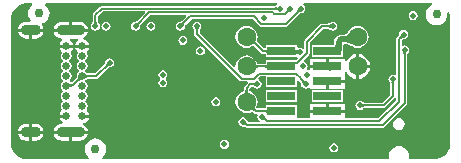
<source format=gbl>
G04*
G04 #@! TF.GenerationSoftware,Altium Limited,Altium Designer,20.2.6 (244)*
G04*
G04 Layer_Physical_Order=4*
G04 Layer_Color=16711680*
%FSLAX25Y25*%
%MOIN*%
G70*
G04*
G04 #@! TF.SameCoordinates,1F00D8FF-E811-4F8C-9FFC-250B1BB78CBF*
G04*
G04*
G04 #@! TF.FilePolarity,Positive*
G04*
G01*
G75*
%ADD10C,0.00984*%
%ADD12C,0.00787*%
%ADD22R,0.09449X0.02992*%
%ADD45C,0.03000*%
%ADD47C,0.01968*%
%ADD50O,0.09449X0.03543*%
%ADD51C,0.02559*%
%ADD52O,0.06693X0.03543*%
%ADD53C,0.01968*%
%ADD54C,0.06299*%
G36*
X89455Y50098D02*
X89395Y50155D01*
X89330Y50205D01*
X89262Y50249D01*
X89189Y50287D01*
X89113Y50320D01*
X89031Y50346D01*
X88946Y50367D01*
X88857Y50382D01*
X88763Y50391D01*
X88665Y50394D01*
Y51181D01*
X88763Y51184D01*
X88857Y51193D01*
X88946Y51208D01*
X89031Y51228D01*
X89113Y51255D01*
X89189Y51287D01*
X89262Y51326D01*
X89330Y51370D01*
X89395Y51420D01*
X89455Y51476D01*
Y50098D01*
D02*
G37*
G36*
X97234Y49803D02*
X97152Y49801D01*
X97071Y49790D01*
X96992Y49773D01*
X96913Y49749D01*
X96836Y49718D01*
X96760Y49679D01*
X96685Y49634D01*
X96611Y49581D01*
X96538Y49521D01*
X96467Y49454D01*
X95910Y50010D01*
X95977Y50082D01*
X96038Y50154D01*
X96090Y50228D01*
X96136Y50303D01*
X96175Y50379D01*
X96206Y50456D01*
X96230Y50535D01*
X96247Y50615D01*
X96257Y50696D01*
X96260Y50778D01*
X97234Y49803D01*
D02*
G37*
G36*
X93691D02*
X93609Y49801D01*
X93528Y49790D01*
X93448Y49773D01*
X93370Y49749D01*
X93292Y49718D01*
X93216Y49679D01*
X93141Y49634D01*
X93068Y49581D01*
X92995Y49521D01*
X92924Y49454D01*
X92367Y50010D01*
X92434Y50082D01*
X92494Y50154D01*
X92547Y50228D01*
X92593Y50303D01*
X92631Y50379D01*
X92663Y50456D01*
X92687Y50535D01*
X92704Y50615D01*
X92714Y50696D01*
X92717Y50778D01*
X93691Y49803D01*
D02*
G37*
G36*
X29137Y46277D02*
X29146Y46183D01*
X29160Y46093D01*
X29181Y46008D01*
X29208Y45927D01*
X29240Y45850D01*
X29278Y45777D01*
X29323Y45709D01*
X29373Y45645D01*
X29429Y45585D01*
X28051D01*
X28107Y45645D01*
X28157Y45709D01*
X28202Y45777D01*
X28240Y45850D01*
X28273Y45927D01*
X28299Y46008D01*
X28320Y46093D01*
X28335Y46183D01*
X28343Y46277D01*
X28346Y46374D01*
X29134D01*
X29137Y46277D01*
D02*
G37*
G36*
X58420Y45659D02*
X58353Y45588D01*
X58293Y45515D01*
X58240Y45441D01*
X58195Y45366D01*
X58156Y45290D01*
X58125Y45213D01*
X58100Y45134D01*
X58083Y45055D01*
X58074Y44974D01*
X58071Y44892D01*
X57096Y45866D01*
X57179Y45869D01*
X57260Y45879D01*
X57339Y45896D01*
X57418Y45920D01*
X57495Y45951D01*
X57571Y45990D01*
X57646Y46036D01*
X57720Y46088D01*
X57792Y46149D01*
X57864Y46216D01*
X58420Y45659D01*
D02*
G37*
G36*
X43460D02*
X43393Y45588D01*
X43333Y45515D01*
X43280Y45441D01*
X43234Y45366D01*
X43196Y45290D01*
X43164Y45213D01*
X43140Y45134D01*
X43123Y45055D01*
X43113Y44974D01*
X43110Y44892D01*
X42136Y45866D01*
X42218Y45869D01*
X42299Y45879D01*
X42379Y45896D01*
X42457Y45920D01*
X42534Y45951D01*
X42610Y45990D01*
X42685Y46036D01*
X42759Y46088D01*
X42832Y46149D01*
X42903Y46216D01*
X43460Y45659D01*
D02*
G37*
G36*
X141036Y52032D02*
X140736Y51907D01*
X139998Y51341D01*
X139431Y50602D01*
X139075Y49742D01*
X138953Y48819D01*
X139075Y47896D01*
X139431Y47036D01*
X139998Y46297D01*
X140736Y45730D01*
X141597Y45374D01*
X142520Y45252D01*
X143443Y45374D01*
X144303Y45730D01*
X145042Y46297D01*
X145608Y47036D01*
X145965Y47896D01*
X146086Y48819D01*
X146005Y49437D01*
X146492Y49568D01*
X146813Y48796D01*
X147018Y47778D01*
X147019Y47260D01*
X147020Y5906D01*
X147018Y5372D01*
X146813Y4352D01*
X146413Y3392D01*
X145834Y2529D01*
X145098Y1795D01*
X144233Y1218D01*
X143272Y821D01*
X142252Y618D01*
X141770D01*
X141747Y620D01*
X141734Y618D01*
X141732D01*
X141730Y618D01*
X141709Y616D01*
X141672Y623D01*
X133301Y624D01*
Y1575D01*
X133292Y1624D01*
X133297Y1675D01*
X133251Y2135D01*
X133208Y2279D01*
X133178Y2426D01*
X132826Y3277D01*
X132605Y3607D01*
X132605Y3607D01*
X131954Y4259D01*
X131623Y4480D01*
X130772Y4832D01*
X130625Y4861D01*
X130482Y4905D01*
X130021Y4950D01*
X129921Y4940D01*
X129821Y4950D01*
X129361Y4905D01*
X129217Y4861D01*
X129070Y4832D01*
X128220Y4480D01*
X127889Y4259D01*
X127237Y3607D01*
X127016Y3277D01*
X126664Y2426D01*
X126635Y2279D01*
X126591Y2135D01*
X126546Y1675D01*
X126551Y1624D01*
X126541Y1575D01*
Y618D01*
X31044D01*
X30875Y1118D01*
X31262Y1415D01*
X31829Y2154D01*
X32185Y3014D01*
X32307Y3937D01*
X32185Y4860D01*
X31829Y5720D01*
X31262Y6459D01*
X30523Y7026D01*
X29663Y7382D01*
X28740Y7503D01*
X27817Y7382D01*
X26957Y7026D01*
X26218Y6459D01*
X25652Y5720D01*
X25295Y4860D01*
X25174Y3937D01*
X25295Y3014D01*
X25652Y2154D01*
X26218Y1415D01*
X26606Y1118D01*
X26436Y618D01*
X5284D01*
X5190Y654D01*
X4734Y731D01*
X3913Y990D01*
X3155Y1370D01*
X2467Y1867D01*
X1867Y2467D01*
X1370Y3155D01*
X990Y3913D01*
X735Y4722D01*
X674Y5142D01*
X618Y5299D01*
Y47403D01*
X620Y47426D01*
X618Y47440D01*
Y47441D01*
X618Y47442D01*
X622Y47456D01*
X644Y47958D01*
X867Y48919D01*
X1263Y49821D01*
X1819Y50634D01*
X2515Y51331D01*
X3329Y51887D01*
X4231Y52283D01*
X5191Y52506D01*
X5683Y52526D01*
X5703Y52532D01*
X5730D01*
X5740Y52531D01*
X5750Y52532D01*
X7588D01*
X7758Y52032D01*
X7370Y51734D01*
X6804Y50996D01*
X6447Y50136D01*
X6326Y49213D01*
X6447Y48290D01*
X6804Y47429D01*
X7211Y46898D01*
X6965Y46398D01*
X5591D01*
X4867Y46303D01*
X4193Y46023D01*
X3614Y45579D01*
X3170Y45000D01*
X2890Y44326D01*
X2861Y44102D01*
X11470D01*
X11440Y44326D01*
X11161Y45000D01*
X10930Y45301D01*
X10928Y45310D01*
X11106Y45888D01*
X11675Y46124D01*
X12414Y46691D01*
X12981Y47429D01*
X13337Y48290D01*
X13458Y49213D01*
X13337Y50136D01*
X12981Y50996D01*
X12414Y51734D01*
X12027Y52032D01*
X12196Y52532D01*
X89196D01*
X89348Y52032D01*
X89139Y51892D01*
X89085Y51872D01*
X89043Y51832D01*
X89016Y51811D01*
X88988Y51793D01*
X88957Y51777D01*
X88922Y51762D01*
X88883Y51749D01*
X88838Y51738D01*
X88787Y51730D01*
X88729Y51724D01*
X88649Y51722D01*
X88596Y51699D01*
X30995D01*
X30647Y51629D01*
X30351Y51432D01*
X28096Y49176D01*
X27898Y48881D01*
X27829Y48532D01*
Y46443D01*
X27806Y46391D01*
X27803Y46310D01*
X27798Y46252D01*
X27789Y46201D01*
X27778Y46156D01*
X27765Y46117D01*
X27751Y46082D01*
X27734Y46051D01*
X27716Y46023D01*
X27696Y45997D01*
X27656Y45954D01*
X27636Y45900D01*
X27342Y45461D01*
X27227Y44882D01*
X27342Y44303D01*
X27670Y43812D01*
X28161Y43484D01*
X28740Y43369D01*
X29319Y43484D01*
X29810Y43812D01*
X30138Y44303D01*
X30253Y44882D01*
X30138Y45461D01*
X29845Y45900D01*
X29824Y45954D01*
X29785Y45997D01*
X29764Y46023D01*
X29746Y46051D01*
X29730Y46082D01*
X29715Y46117D01*
X29702Y46156D01*
X29691Y46201D01*
X29683Y46252D01*
X29677Y46310D01*
X29675Y46391D01*
X29651Y46443D01*
Y48155D01*
X31373Y49876D01*
X45178D01*
X45370Y49414D01*
X42586Y46630D01*
X42532Y46610D01*
X42473Y46554D01*
X42429Y46518D01*
X42386Y46487D01*
X42347Y46463D01*
X42310Y46444D01*
X42275Y46430D01*
X42242Y46420D01*
X42209Y46413D01*
X42176Y46409D01*
X42118Y46407D01*
X42065Y46383D01*
X41547Y46280D01*
X41056Y45952D01*
X40728Y45461D01*
X40613Y44882D01*
X40728Y44303D01*
X41056Y43812D01*
X41547Y43484D01*
X42126Y43369D01*
X42705Y43484D01*
X43196Y43812D01*
X43524Y44303D01*
X43627Y44821D01*
X43651Y44874D01*
X43653Y44932D01*
X43657Y44965D01*
X43664Y44998D01*
X43674Y45031D01*
X43688Y45066D01*
X43707Y45103D01*
X43731Y45142D01*
X43762Y45184D01*
X43799Y45229D01*
X43854Y45288D01*
X43874Y45341D01*
X47122Y48589D01*
X58852D01*
X59043Y48127D01*
X57546Y46630D01*
X57493Y46610D01*
X57434Y46554D01*
X57389Y46518D01*
X57347Y46487D01*
X57307Y46463D01*
X57271Y46444D01*
X57236Y46430D01*
X57202Y46420D01*
X57170Y46413D01*
X57137Y46409D01*
X57078Y46407D01*
X57026Y46383D01*
X56507Y46280D01*
X56016Y45952D01*
X55689Y45461D01*
X55573Y44882D01*
X55689Y44303D01*
X56016Y43812D01*
X56507Y43484D01*
X57087Y43369D01*
X57666Y43484D01*
X58157Y43812D01*
X58485Y44303D01*
X58588Y44821D01*
X58612Y44874D01*
X58614Y44932D01*
X58618Y44965D01*
X58625Y44998D01*
X58635Y45031D01*
X58649Y45066D01*
X58668Y45103D01*
X58692Y45142D01*
X58722Y45184D01*
X58759Y45229D01*
X58815Y45288D01*
X58835Y45341D01*
X60795Y47301D01*
X81184D01*
X83460Y45025D01*
X83756Y44827D01*
X84104Y44758D01*
X92126D01*
X92475Y44827D01*
X92770Y45025D01*
X96785Y49039D01*
X96838Y49060D01*
X96897Y49115D01*
X96941Y49152D01*
X96984Y49182D01*
X97023Y49206D01*
X97060Y49225D01*
X97095Y49239D01*
X97128Y49249D01*
X97161Y49256D01*
X97194Y49260D01*
X97252Y49262D01*
X97305Y49286D01*
X97823Y49389D01*
X98314Y49717D01*
X98642Y50208D01*
X98757Y50787D01*
X98642Y51367D01*
X98314Y51858D01*
X98054Y52032D01*
X98205Y52532D01*
X140937D01*
X141036Y52032D01*
D02*
G37*
%LPC*%
G36*
X134646Y49938D02*
X134066Y49823D01*
X133576Y49495D01*
X133247Y49004D01*
X133132Y48425D01*
X133247Y47846D01*
X133576Y47355D01*
X134066Y47027D01*
X134646Y46912D01*
X135225Y47027D01*
X135716Y47355D01*
X136044Y47846D01*
X136159Y48425D01*
X136044Y49004D01*
X135716Y49495D01*
X135225Y49823D01*
X134646Y49938D01*
D02*
G37*
G36*
X23425Y46398D02*
X20972D01*
Y44102D01*
X26155D01*
X26125Y44326D01*
X25846Y45000D01*
X25402Y45579D01*
X24823Y46023D01*
X24149Y46303D01*
X23425Y46398D01*
D02*
G37*
G36*
X19972D02*
X17520D01*
X16796Y46303D01*
X16122Y46023D01*
X15543Y45579D01*
X15099Y45000D01*
X14819Y44326D01*
X14790Y44102D01*
X19972D01*
Y46398D01*
D02*
G37*
G36*
X47244Y46395D02*
X46665Y46280D01*
X46174Y45952D01*
X45846Y45461D01*
X45731Y44882D01*
X45846Y44303D01*
X46174Y43812D01*
X46665Y43484D01*
X47244Y43369D01*
X47823Y43484D01*
X48314Y43812D01*
X48642Y44303D01*
X48757Y44882D01*
X48642Y45461D01*
X48314Y45952D01*
X47823Y46280D01*
X47244Y46395D01*
D02*
G37*
G36*
X32283D02*
X31704Y46280D01*
X31213Y45952D01*
X30885Y45461D01*
X30770Y44882D01*
X30885Y44303D01*
X31213Y43812D01*
X31704Y43484D01*
X32283Y43369D01*
X32863Y43484D01*
X33354Y43812D01*
X33682Y44303D01*
X33797Y44882D01*
X33682Y45461D01*
X33354Y45952D01*
X32863Y46280D01*
X32283Y46395D01*
D02*
G37*
G36*
X11470Y43102D02*
X7665D01*
Y40807D01*
X8740D01*
X9464Y40902D01*
X10138Y41181D01*
X10717Y41626D01*
X11161Y42205D01*
X11440Y42879D01*
X11470Y43102D01*
D02*
G37*
G36*
X6665D02*
X2861D01*
X2890Y42879D01*
X3170Y42205D01*
X3614Y41626D01*
X4193Y41181D01*
X4867Y40902D01*
X5591Y40807D01*
X6665D01*
Y43102D01*
D02*
G37*
G36*
X26155D02*
X14790D01*
X14819Y42879D01*
X15099Y42205D01*
X15543Y41626D01*
X16122Y41181D01*
X16796Y40902D01*
X17520Y40807D01*
X17783D01*
X17935Y40307D01*
X17372Y39931D01*
X16869Y39177D01*
X16791Y38787D01*
X21240D01*
X21163Y39177D01*
X20659Y39931D01*
X20097Y40307D01*
X20248Y40807D01*
X23098D01*
X23250Y40307D01*
X22687Y39931D01*
X22183Y39177D01*
X22106Y38787D01*
X26555D01*
X26478Y39177D01*
X25974Y39931D01*
X25220Y40435D01*
X24617Y40555D01*
X24566Y41075D01*
X24823Y41181D01*
X25402Y41626D01*
X25846Y42205D01*
X26125Y42879D01*
X26155Y43102D01*
D02*
G37*
G36*
X57874Y41672D02*
X57295Y41556D01*
X56804Y41228D01*
X56476Y40737D01*
X56361Y40158D01*
X56476Y39579D01*
X56804Y39088D01*
X57295Y38760D01*
X57874Y38645D01*
X58453Y38760D01*
X58944Y39088D01*
X59272Y39579D01*
X59387Y40158D01*
X59272Y40737D01*
X58944Y41228D01*
X58453Y41556D01*
X57874Y41672D01*
D02*
G37*
G36*
X116142Y45020D02*
X115189Y44894D01*
X114301Y44526D01*
X113539Y43942D01*
X112954Y43179D01*
X112857Y42946D01*
X112803Y42905D01*
X112801Y42893D01*
X112792Y42885D01*
X112699Y42711D01*
X112608Y42587D01*
X112502Y42478D01*
X112375Y42382D01*
X112224Y42296D01*
X112046Y42222D01*
X111838Y42161D01*
X111599Y42115D01*
X111329Y42087D01*
X111012Y42076D01*
X110986Y42064D01*
X110630D01*
X110051Y41949D01*
X109560Y41621D01*
X109560Y41621D01*
X108772Y40834D01*
X108444Y40343D01*
X108343Y39835D01*
X108317Y39776D01*
X108310Y39464D01*
X108291Y39204D01*
X108261Y38987D01*
X108222Y38815D01*
X108179Y38690D01*
X108141Y38615D01*
X108121Y38590D01*
X108068Y38584D01*
X108046Y38571D01*
X100878D01*
Y34579D01*
X111327D01*
Y36940D01*
X111356Y37087D01*
Y38055D01*
X111356Y38055D01*
X111360Y38572D01*
X111378Y38617D01*
X111863Y39011D01*
X112170Y38997D01*
X112437Y38964D01*
X112694Y38917D01*
X112937Y38858D01*
X113163Y38787D01*
X113376Y38703D01*
X113573Y38609D01*
X113757Y38502D01*
X113946Y38372D01*
X113966Y38368D01*
X113978Y38352D01*
X114053Y38341D01*
X114301Y38151D01*
X115189Y37783D01*
X116142Y37657D01*
X117095Y37783D01*
X117982Y38151D01*
X118745Y38736D01*
X119330Y39498D01*
X119697Y40386D01*
X119823Y41339D01*
X119697Y42291D01*
X119330Y43179D01*
X118745Y43942D01*
X117982Y44526D01*
X117095Y44894D01*
X116142Y45020D01*
D02*
G37*
G36*
X107874Y46395D02*
X107295Y46280D01*
X106855Y45986D01*
X106801Y45966D01*
X106759Y45926D01*
X106733Y45906D01*
X106704Y45888D01*
X106674Y45871D01*
X106639Y45857D01*
X106600Y45844D01*
X106555Y45833D01*
X106503Y45824D01*
X106446Y45819D01*
X106365Y45816D01*
X106313Y45793D01*
X104331D01*
X103982Y45724D01*
X103686Y45526D01*
X98568Y40408D01*
X98371Y40113D01*
X98301Y39764D01*
Y37592D01*
X98208Y37518D01*
X97801Y37370D01*
X97430Y37619D01*
X96850Y37734D01*
X96473Y37659D01*
X95972Y37975D01*
Y38571D01*
X85524D01*
Y37580D01*
X85028Y37520D01*
X82899Y39650D01*
X82878Y39704D01*
X82788Y39799D01*
X82722Y39876D01*
X82672Y39944D01*
X82636Y40001D01*
X82614Y40044D01*
X82604Y40072D01*
X82603Y40078D01*
X82609Y40100D01*
X82600Y40170D01*
X82689Y40386D01*
X82815Y41339D01*
X82689Y42291D01*
X82322Y43179D01*
X81737Y43942D01*
X80974Y44526D01*
X80087Y44894D01*
X79134Y45020D01*
X78181Y44894D01*
X77293Y44526D01*
X76531Y43942D01*
X75946Y43179D01*
X75578Y42291D01*
X75453Y41339D01*
X75578Y40386D01*
X75946Y39498D01*
X76531Y38736D01*
X77293Y38151D01*
X78181Y37783D01*
X79134Y37657D01*
X80087Y37783D01*
X80974Y38151D01*
X81216Y38336D01*
X81722Y38228D01*
X81749Y38222D01*
X84041Y35930D01*
X84336Y35733D01*
X84685Y35664D01*
X85181D01*
X85234Y35640D01*
X85367Y35637D01*
X85463Y35628D01*
X85524Y35618D01*
Y34579D01*
X95969D01*
X96320Y34223D01*
X95686Y33588D01*
X95673D01*
X95673Y33588D01*
X92925D01*
X92837Y33571D01*
X85524D01*
Y32453D01*
X85463Y32443D01*
X85367Y32434D01*
X85234Y32431D01*
X85181Y32407D01*
X83113D01*
X83061Y32431D01*
X82932Y32434D01*
X82836Y32443D01*
X82761Y32455D01*
X82708Y32469D01*
X82681Y32479D01*
X82675Y32486D01*
X82675Y32487D01*
X82674Y32487D01*
X82673Y32488D01*
X82322Y33337D01*
X81737Y34099D01*
X80974Y34684D01*
X80087Y35052D01*
X79134Y35177D01*
X78181Y35052D01*
X77293Y34684D01*
X76531Y34099D01*
X75946Y33337D01*
X75578Y32449D01*
X75453Y31496D01*
X75465Y31405D01*
X75016Y31184D01*
X65714Y40486D01*
X65712Y40497D01*
X65514Y40792D01*
X63510Y42797D01*
Y43321D01*
X63533Y43373D01*
X63535Y43453D01*
X63541Y43511D01*
X63549Y43562D01*
X63560Y43608D01*
X63573Y43647D01*
X63588Y43682D01*
X63604Y43712D01*
X63622Y43740D01*
X63643Y43767D01*
X63683Y43809D01*
X63703Y43863D01*
X63997Y44303D01*
X64112Y44882D01*
X63997Y45461D01*
X63669Y45952D01*
X63178Y46280D01*
X62598Y46395D01*
X62019Y46280D01*
X61528Y45952D01*
X61200Y45461D01*
X61085Y44882D01*
X61200Y44303D01*
X61494Y43863D01*
X61514Y43809D01*
X61554Y43767D01*
X61575Y43740D01*
X61593Y43712D01*
X61609Y43681D01*
X61624Y43647D01*
X61637Y43608D01*
X61647Y43562D01*
X61656Y43511D01*
X61661Y43453D01*
X61664Y43373D01*
X61687Y43321D01*
Y42420D01*
X61757Y42071D01*
X61954Y41775D01*
X64026Y39703D01*
X64028Y39693D01*
X64226Y39397D01*
X76815Y26808D01*
X77110Y26611D01*
X77459Y26542D01*
X79270D01*
X79477Y26041D01*
X78490Y25054D01*
X78292Y24758D01*
X78223Y24409D01*
Y23665D01*
X78199Y23612D01*
X78196Y23483D01*
X78187Y23388D01*
X78175Y23312D01*
X78161Y23259D01*
X78151Y23233D01*
X78144Y23226D01*
X78143Y23226D01*
X78143Y23225D01*
X78142Y23224D01*
X77293Y22873D01*
X76531Y22288D01*
X75946Y21526D01*
X75578Y20638D01*
X75453Y19685D01*
X75578Y18732D01*
X75946Y17844D01*
X76531Y17082D01*
X77293Y16497D01*
X78181Y16129D01*
X79134Y16004D01*
X80087Y16129D01*
X80935Y16481D01*
X80936Y16481D01*
X80937Y16481D01*
X80938Y16481D01*
X80947Y16481D01*
X80973Y16470D01*
X81021Y16442D01*
X81082Y16398D01*
X81156Y16336D01*
X81250Y16247D01*
X81304Y16227D01*
X81600Y15931D01*
X81895Y15733D01*
X82244Y15664D01*
X82557D01*
X82832Y15164D01*
X82739Y14697D01*
X82854Y14118D01*
X83182Y13627D01*
X83493Y13419D01*
X83341Y12919D01*
X79672D01*
X79593Y13015D01*
X79562Y13059D01*
X79532Y13106D01*
X79506Y13153D01*
X79484Y13198D01*
X79467Y13242D01*
X79452Y13285D01*
X79437Y13345D01*
X79381Y13418D01*
X79351Y13571D01*
X79023Y14062D01*
X78532Y14390D01*
X77953Y14505D01*
X77374Y14390D01*
X76883Y14062D01*
X76555Y13571D01*
X76439Y12992D01*
X76555Y12413D01*
X76883Y11922D01*
X77374Y11594D01*
X77953Y11479D01*
X78188Y11526D01*
X78288Y11505D01*
X78335Y11513D01*
X78348Y11514D01*
X78359Y11514D01*
X78372Y11512D01*
X78388Y11507D01*
X78410Y11498D01*
X78437Y11483D01*
X78471Y11460D01*
X78510Y11428D01*
X78568Y11375D01*
X78626Y11353D01*
X78664Y11303D01*
X78712Y11297D01*
X78908Y11166D01*
X79257Y11097D01*
X124606D01*
X124955Y11166D01*
X125251Y11364D01*
X132443Y18556D01*
X132641Y18852D01*
X132710Y19200D01*
Y35447D01*
X132734Y35499D01*
X132736Y35579D01*
X132741Y35637D01*
X132750Y35688D01*
X132761Y35734D01*
X132774Y35773D01*
X132788Y35808D01*
X132805Y35838D01*
X132823Y35866D01*
X132843Y35893D01*
X132883Y35935D01*
X132903Y35989D01*
X133197Y36429D01*
X133312Y37008D01*
X133197Y37587D01*
X132869Y38078D01*
X132378Y38406D01*
X131799Y38521D01*
X131332Y38428D01*
X130832Y38703D01*
Y40173D01*
X131037Y40378D01*
X131090Y40398D01*
X131149Y40453D01*
X131193Y40490D01*
X131236Y40521D01*
X131275Y40545D01*
X131312Y40563D01*
X131347Y40578D01*
X131380Y40588D01*
X131413Y40595D01*
X131446Y40599D01*
X131504Y40601D01*
X131557Y40625D01*
X132075Y40728D01*
X132566Y41056D01*
X132894Y41547D01*
X133009Y42126D01*
X132894Y42705D01*
X132566Y43196D01*
X132075Y43524D01*
X131496Y43639D01*
X130917Y43524D01*
X130426Y43196D01*
X130098Y42705D01*
X129995Y42187D01*
X129971Y42134D01*
X129969Y42076D01*
X129965Y42043D01*
X129958Y42010D01*
X129948Y41977D01*
X129934Y41942D01*
X129915Y41905D01*
X129891Y41866D01*
X129860Y41823D01*
X129824Y41779D01*
X129768Y41720D01*
X129748Y41666D01*
X129277Y41195D01*
X129079Y40900D01*
X129010Y40551D01*
Y28820D01*
X128598Y28561D01*
X128510Y28568D01*
X127953Y28679D01*
X127374Y28563D01*
X126883Y28235D01*
X126555Y27744D01*
X126439Y27165D01*
X126555Y26586D01*
X126848Y26147D01*
X126868Y26093D01*
X126908Y26050D01*
X126929Y26024D01*
X126947Y25996D01*
X126963Y25965D01*
X126978Y25930D01*
X126991Y25891D01*
X127002Y25846D01*
X127010Y25795D01*
X127016Y25737D01*
X127018Y25656D01*
X127042Y25604D01*
Y22031D01*
X124426Y19415D01*
X118490D01*
X118438Y19439D01*
X118358Y19441D01*
X118300Y19446D01*
X118248Y19455D01*
X118203Y19466D01*
X118164Y19479D01*
X118129Y19493D01*
X118099Y19510D01*
X118070Y19528D01*
X118044Y19548D01*
X118002Y19588D01*
X117948Y19609D01*
X117508Y19902D01*
X116929Y20017D01*
X116350Y19902D01*
X115859Y19574D01*
X115531Y19083D01*
X115416Y18504D01*
X115531Y17925D01*
X115859Y17434D01*
X116350Y17106D01*
X116929Y16991D01*
X117508Y17106D01*
X117948Y17399D01*
X118002Y17420D01*
X118044Y17459D01*
X118071Y17480D01*
X118099Y17498D01*
X118130Y17515D01*
X118164Y17529D01*
X118203Y17542D01*
X118248Y17553D01*
X118300Y17561D01*
X118358Y17567D01*
X118438Y17569D01*
X118490Y17593D01*
X124803D01*
X125152Y17662D01*
X125447Y17860D01*
X128510Y20922D01*
X128850Y20838D01*
X129010Y20729D01*
Y20162D01*
X123055Y14207D01*
X111827D01*
Y16075D01*
X106102D01*
X100378D01*
Y14207D01*
X96281D01*
X95972Y14579D01*
Y18571D01*
X85524D01*
Y17532D01*
X85463Y17522D01*
X85367Y17513D01*
X85234Y17510D01*
X85181Y17486D01*
X82622D01*
X82592Y17515D01*
X82572Y17569D01*
X82483Y17663D01*
X82421Y17736D01*
X82377Y17798D01*
X82349Y17846D01*
X82337Y17872D01*
X82338Y17881D01*
X82338Y17882D01*
X82338Y17883D01*
X82338Y17884D01*
X82689Y18732D01*
X82815Y19685D01*
X82689Y20638D01*
X82322Y21526D01*
X81737Y22288D01*
X80974Y22873D01*
X80126Y23224D01*
X80125Y23225D01*
X80125Y23226D01*
X80124Y23226D01*
X80117Y23233D01*
X80107Y23259D01*
X80093Y23312D01*
X80081Y23388D01*
X80072Y23483D01*
X80069Y23612D01*
X80045Y23665D01*
Y24032D01*
X80692Y24679D01*
X81116D01*
X81168Y24656D01*
X81249Y24654D01*
X81307Y24648D01*
X81358Y24640D01*
X81403Y24629D01*
X81442Y24616D01*
X81477Y24601D01*
X81508Y24585D01*
X81536Y24567D01*
X81562Y24546D01*
X81605Y24506D01*
X81659Y24486D01*
X82098Y24192D01*
X82677Y24077D01*
X83256Y24192D01*
X83747Y24521D01*
X84075Y25011D01*
X84190Y25591D01*
X84075Y26170D01*
X83747Y26661D01*
X83256Y26989D01*
X83149Y27010D01*
X82985Y27553D01*
X83655Y28223D01*
X85524D01*
Y24579D01*
X95972D01*
Y26505D01*
X96472Y26656D01*
X96489Y26632D01*
X97071Y26050D01*
X97091Y25997D01*
X97146Y25938D01*
X97183Y25893D01*
X97214Y25851D01*
X97238Y25811D01*
X97256Y25775D01*
X97271Y25740D01*
X97281Y25706D01*
X97288Y25674D01*
X97292Y25640D01*
X97294Y25582D01*
X97318Y25530D01*
X97421Y25011D01*
X97749Y24521D01*
X98240Y24192D01*
X98819Y24077D01*
X99398Y24192D01*
X99878Y24513D01*
X99948Y24500D01*
X100378Y24352D01*
Y24079D01*
X105602D01*
Y26575D01*
X106102D01*
Y27075D01*
X111827D01*
Y28579D01*
X111827Y29071D01*
X111827D01*
Y29079D01*
X111827D01*
Y29763D01*
X112327Y29863D01*
X112517Y29403D01*
X113182Y28536D01*
X114049Y27871D01*
X115059Y27453D01*
X115642Y27376D01*
Y31496D01*
Y35616D01*
X115059Y35539D01*
X114049Y35121D01*
X113182Y34456D01*
X112517Y33589D01*
X112327Y33129D01*
X111827Y33229D01*
Y34071D01*
X106602D01*
Y31575D01*
X106102D01*
Y31075D01*
X100378D01*
Y30436D01*
X99953Y30167D01*
X99512Y30320D01*
X99341Y30784D01*
X99430Y30917D01*
X99545Y31496D01*
X99430Y32075D01*
X99102Y32566D01*
X98611Y32894D01*
X98331Y32950D01*
X98167Y33492D01*
X99857Y35182D01*
X100054Y35478D01*
X100124Y35827D01*
Y39386D01*
X104708Y43971D01*
X106313D01*
X106365Y43947D01*
X106446Y43945D01*
X106503Y43939D01*
X106555Y43931D01*
X106600Y43920D01*
X106639Y43907D01*
X106674Y43892D01*
X106704Y43876D01*
X106733Y43858D01*
X106759Y43837D01*
X106801Y43798D01*
X106855Y43777D01*
X107295Y43484D01*
X107874Y43369D01*
X108453Y43484D01*
X108944Y43812D01*
X109272Y44303D01*
X109387Y44882D01*
X109272Y45461D01*
X108944Y45952D01*
X108453Y46280D01*
X107874Y46395D01*
D02*
G37*
G36*
X63779Y38226D02*
X63200Y38111D01*
X62709Y37783D01*
X62381Y37292D01*
X62266Y36713D01*
X62381Y36134D01*
X62709Y35642D01*
X63200Y35315D01*
X63779Y35199D01*
X64359Y35315D01*
X64850Y35642D01*
X65178Y36134D01*
X65293Y36713D01*
X65178Y37292D01*
X64850Y37783D01*
X64359Y38111D01*
X63779Y38226D01*
D02*
G37*
G36*
X105602Y34071D02*
X100378D01*
Y32075D01*
X105602D01*
Y34071D01*
D02*
G37*
G36*
X116642Y35616D02*
Y31996D01*
X120261D01*
X120185Y32579D01*
X119766Y33589D01*
X119101Y34456D01*
X118234Y35121D01*
X117225Y35539D01*
X116642Y35616D01*
D02*
G37*
G36*
X120261Y30996D02*
X116642D01*
Y27376D01*
X117225Y27453D01*
X118234Y27871D01*
X119101Y28536D01*
X119766Y29403D01*
X120185Y30413D01*
X120261Y30996D01*
D02*
G37*
G36*
X26555Y37787D02*
X22106D01*
X22183Y37398D01*
X22687Y36644D01*
X22766Y36591D01*
X22853Y35932D01*
X22654Y35635D01*
X22516Y34941D01*
X22654Y34247D01*
X23048Y33658D01*
X23258Y33518D01*
Y33018D01*
X23048Y32877D01*
X22654Y32289D01*
X22516Y31594D01*
X22654Y30900D01*
X23048Y30312D01*
X23258Y30171D01*
Y29671D01*
X23048Y29531D01*
X22654Y28942D01*
X22521Y28270D01*
X22510Y28246D01*
X22508Y28126D01*
X22500Y28030D01*
X22486Y27942D01*
X22468Y27863D01*
X22445Y27790D01*
X22418Y27724D01*
X22387Y27664D01*
X22351Y27608D01*
X22311Y27556D01*
X22250Y27488D01*
X22231Y27437D01*
X20946Y26152D01*
X20902D01*
X20851Y26175D01*
X20762Y26178D01*
X20687Y26186D01*
X20608Y26199D01*
X20532Y26217D01*
X20338Y26278D01*
X20253Y26312D01*
X20235Y26321D01*
X20169Y26809D01*
X20199Y26899D01*
X20299Y26965D01*
X20692Y27554D01*
X20830Y28248D01*
X20692Y28942D01*
X20299Y29531D01*
X20089Y29671D01*
Y30171D01*
X20299Y30312D01*
X20692Y30900D01*
X20830Y31594D01*
X20692Y32289D01*
X20299Y32877D01*
X20089Y33018D01*
Y33518D01*
X20299Y33658D01*
X20692Y34247D01*
X20830Y34941D01*
X20692Y35635D01*
X20494Y35932D01*
X20580Y36591D01*
X20659Y36644D01*
X21163Y37398D01*
X21240Y37787D01*
X16791D01*
X16869Y37398D01*
X17372Y36644D01*
X17451Y36591D01*
X17538Y35932D01*
X17339Y35635D01*
X17201Y34941D01*
X17339Y34247D01*
X17733Y33658D01*
X17943Y33518D01*
Y33018D01*
X17733Y32877D01*
X17339Y32289D01*
X17201Y31594D01*
X17339Y30900D01*
X17733Y30312D01*
X17943Y30171D01*
Y29671D01*
X17733Y29531D01*
X17339Y28942D01*
X17201Y28248D01*
X17339Y27554D01*
X17733Y26965D01*
X17943Y26825D01*
Y26325D01*
X17733Y26184D01*
X17339Y25596D01*
X17201Y24902D01*
X17339Y24207D01*
X17733Y23619D01*
X17943Y23478D01*
Y22978D01*
X17733Y22838D01*
X17339Y22249D01*
X17201Y21555D01*
X17339Y20861D01*
X17733Y20272D01*
X17943Y20132D01*
Y19632D01*
X17733Y19492D01*
X17339Y18903D01*
X17201Y18209D01*
X17339Y17514D01*
X17538Y17218D01*
X17451Y16558D01*
X17372Y16506D01*
X16869Y15752D01*
X16791Y15362D01*
X19016D01*
Y14362D01*
X16791D01*
X16869Y13973D01*
X17372Y13219D01*
X17935Y12843D01*
X17783Y12343D01*
X17520D01*
X16796Y12247D01*
X16122Y11968D01*
X15543Y11524D01*
X15099Y10945D01*
X14819Y10271D01*
X14790Y10047D01*
X26155D01*
X26125Y10271D01*
X25846Y10945D01*
X25402Y11524D01*
X24823Y11968D01*
X24566Y12075D01*
X24617Y12595D01*
X25220Y12715D01*
X25974Y13219D01*
X26478Y13973D01*
X26555Y14362D01*
X24331D01*
Y15362D01*
X26555D01*
X26478Y15752D01*
X25974Y16506D01*
X25895Y16558D01*
X25809Y17218D01*
X26007Y17514D01*
X26145Y18209D01*
X26007Y18903D01*
X25614Y19492D01*
X25404Y19632D01*
Y20132D01*
X25614Y20272D01*
X26007Y20861D01*
X26145Y21555D01*
X26007Y22249D01*
X25614Y22838D01*
X25404Y22978D01*
Y23478D01*
X25614Y23619D01*
X26007Y24207D01*
X26145Y24902D01*
X26007Y25596D01*
X25614Y26184D01*
X25404Y26325D01*
Y26825D01*
X25595Y26952D01*
X25619Y26962D01*
X25706Y27045D01*
X25780Y27108D01*
X25851Y27160D01*
X25921Y27203D01*
X25988Y27238D01*
X26054Y27266D01*
X26118Y27286D01*
X26183Y27301D01*
X26248Y27310D01*
X26340Y27314D01*
X26389Y27337D01*
X29035D01*
X29384Y27406D01*
X29680Y27604D01*
X33005Y30929D01*
X33059Y30949D01*
X33117Y31005D01*
X33162Y31042D01*
X33204Y31072D01*
X33244Y31096D01*
X33281Y31115D01*
X33315Y31129D01*
X33349Y31139D01*
X33382Y31146D01*
X33415Y31150D01*
X33473Y31152D01*
X33525Y31176D01*
X34044Y31279D01*
X34535Y31607D01*
X34863Y32098D01*
X34978Y32677D01*
X34863Y33256D01*
X34535Y33747D01*
X34044Y34075D01*
X33465Y34190D01*
X32885Y34075D01*
X32394Y33747D01*
X32066Y33256D01*
X31963Y32738D01*
X31940Y32685D01*
X31938Y32627D01*
X31934Y32594D01*
X31926Y32561D01*
X31916Y32528D01*
X31902Y32493D01*
X31883Y32456D01*
X31859Y32417D01*
X31829Y32375D01*
X31792Y32330D01*
X31737Y32271D01*
X31716Y32218D01*
X28658Y29159D01*
X26389D01*
X26340Y29182D01*
X26248Y29186D01*
X26183Y29195D01*
X26118Y29210D01*
X26054Y29230D01*
X25988Y29258D01*
X25921Y29293D01*
X25851Y29336D01*
X25780Y29388D01*
X25706Y29451D01*
X25619Y29534D01*
X25595Y29544D01*
X25404Y29671D01*
Y30171D01*
X25614Y30312D01*
X26007Y30900D01*
X26145Y31594D01*
X26007Y32289D01*
X25614Y32877D01*
X25404Y33018D01*
Y33518D01*
X25614Y33658D01*
X26007Y34247D01*
X26145Y34941D01*
X26007Y35635D01*
X25809Y35932D01*
X25895Y36591D01*
X25974Y36644D01*
X26478Y37398D01*
X26555Y37787D01*
D02*
G37*
G36*
X51272Y30253D02*
X50692Y30138D01*
X50202Y29810D01*
X49874Y29319D01*
X49758Y28740D01*
X49874Y28161D01*
X50202Y27670D01*
X50220Y27657D01*
Y27158D01*
X50202Y27145D01*
X49874Y26654D01*
X49758Y26075D01*
X49874Y25496D01*
X50202Y25005D01*
X50692Y24677D01*
X51272Y24561D01*
X51851Y24677D01*
X52342Y25005D01*
X52670Y25496D01*
X52785Y26075D01*
X52670Y26654D01*
X52342Y27145D01*
X52323Y27158D01*
Y27657D01*
X52342Y27670D01*
X52670Y28161D01*
X52785Y28740D01*
X52670Y29319D01*
X52342Y29810D01*
X51851Y30138D01*
X51272Y30253D01*
D02*
G37*
G36*
X111827Y26075D02*
X106602D01*
Y24079D01*
X111827D01*
Y26075D01*
D02*
G37*
G36*
X111327Y23571D02*
X100878D01*
Y19579D01*
X111327D01*
Y23571D01*
D02*
G37*
G36*
X95972D02*
X85524D01*
Y19579D01*
X95972D01*
Y23571D01*
D02*
G37*
G36*
X68898Y21198D02*
X68318Y21083D01*
X67827Y20755D01*
X67500Y20264D01*
X67384Y19685D01*
X67500Y19106D01*
X67827Y18615D01*
X68318Y18287D01*
X68898Y18172D01*
X69477Y18287D01*
X69968Y18615D01*
X70296Y19106D01*
X70411Y19685D01*
X70296Y20264D01*
X69968Y20755D01*
X69477Y21083D01*
X68898Y21198D01*
D02*
G37*
G36*
X111827Y19071D02*
X106602D01*
Y17075D01*
X111827D01*
Y19071D01*
D02*
G37*
G36*
X105602D02*
X100378D01*
Y17075D01*
X105602D01*
Y19071D01*
D02*
G37*
G36*
X129921Y14318D02*
X129150Y14165D01*
X128496Y13728D01*
X128060Y13074D01*
X127906Y12303D01*
X128060Y11532D01*
X128496Y10878D01*
X129150Y10441D01*
X129921Y10288D01*
X130692Y10441D01*
X131346Y10878D01*
X131783Y11532D01*
X131936Y12303D01*
X131783Y13074D01*
X131346Y13728D01*
X130692Y14165D01*
X129921Y14318D01*
D02*
G37*
G36*
X8740Y12343D02*
X7665D01*
Y10047D01*
X11470D01*
X11440Y10271D01*
X11161Y10945D01*
X10717Y11524D01*
X10138Y11968D01*
X9464Y12247D01*
X8740Y12343D01*
D02*
G37*
G36*
X6665D02*
X5591D01*
X4867Y12247D01*
X4193Y11968D01*
X3614Y11524D01*
X3170Y10945D01*
X2890Y10271D01*
X2861Y10047D01*
X6665D01*
Y12343D01*
D02*
G37*
G36*
X26155Y9047D02*
X20972D01*
Y6752D01*
X23425D01*
X24149Y6847D01*
X24823Y7126D01*
X25402Y7570D01*
X25846Y8150D01*
X26125Y8824D01*
X26155Y9047D01*
D02*
G37*
G36*
X19972D02*
X14790D01*
X14819Y8824D01*
X15099Y8150D01*
X15543Y7570D01*
X16122Y7126D01*
X16796Y6847D01*
X17520Y6752D01*
X19972D01*
Y9047D01*
D02*
G37*
G36*
X11470D02*
X7665D01*
Y6752D01*
X8740D01*
X9464Y6847D01*
X10138Y7126D01*
X10717Y7570D01*
X11161Y8150D01*
X11440Y8824D01*
X11470Y9047D01*
D02*
G37*
G36*
X6665D02*
X2861D01*
X2890Y8824D01*
X3170Y8150D01*
X3614Y7570D01*
X4193Y7126D01*
X4867Y6847D01*
X5591Y6752D01*
X6665D01*
Y9047D01*
D02*
G37*
G36*
X71752Y7025D02*
X71173Y6910D01*
X70682Y6582D01*
X70354Y6091D01*
X70239Y5512D01*
X70354Y4933D01*
X70682Y4442D01*
X71173Y4114D01*
X71752Y3999D01*
X72331Y4114D01*
X72822Y4442D01*
X73150Y4933D01*
X73265Y5512D01*
X73150Y6091D01*
X72822Y6582D01*
X72331Y6910D01*
X71752Y7025D01*
D02*
G37*
G36*
X108268Y5844D02*
X107689Y5729D01*
X107198Y5401D01*
X106870Y4910D01*
X106754Y4331D01*
X106870Y3752D01*
X107198Y3261D01*
X107689Y2933D01*
X108268Y2817D01*
X108847Y2933D01*
X109338Y3261D01*
X109666Y3752D01*
X109781Y4331D01*
X109666Y4910D01*
X109338Y5401D01*
X108847Y5729D01*
X108268Y5844D01*
D02*
G37*
%LPD*%
G36*
X114253Y38818D02*
X114047Y38960D01*
X113826Y39088D01*
X113592Y39200D01*
X113344Y39297D01*
X113082Y39380D01*
X112807Y39447D01*
X112518Y39500D01*
X112215Y39537D01*
X111569Y39567D01*
X111030Y41535D01*
X111367Y41546D01*
X111679Y41579D01*
X111965Y41634D01*
X112227Y41711D01*
X112463Y41809D01*
X112675Y41929D01*
X112861Y42072D01*
X113022Y42236D01*
X113158Y42422D01*
X113269Y42630D01*
X114253Y38818D01*
D02*
G37*
G36*
X110815Y38059D02*
X108138Y38047D01*
X108274Y38065D01*
X108397Y38117D01*
X108505Y38203D01*
X108599Y38323D01*
X108678Y38478D01*
X108743Y38666D01*
X108793Y38890D01*
X108829Y39147D01*
X108851Y39438D01*
X108858Y39764D01*
X110827D01*
X110815Y38059D01*
D02*
G37*
G36*
X107171Y44193D02*
X107111Y44249D01*
X107047Y44299D01*
X106978Y44344D01*
X106906Y44382D01*
X106829Y44414D01*
X106748Y44441D01*
X106663Y44462D01*
X106573Y44476D01*
X106479Y44485D01*
X106381Y44488D01*
Y45276D01*
X106479Y45278D01*
X106573Y45287D01*
X106663Y45302D01*
X106748Y45323D01*
X106829Y45349D01*
X106906Y45382D01*
X106978Y45420D01*
X107047Y45465D01*
X107111Y45515D01*
X107171Y45571D01*
Y44193D01*
D02*
G37*
G36*
X63231Y44119D02*
X63181Y44055D01*
X63137Y43986D01*
X63098Y43914D01*
X63066Y43837D01*
X63039Y43756D01*
X63019Y43670D01*
X63004Y43581D01*
X62995Y43487D01*
X62992Y43389D01*
X62205D01*
X62202Y43487D01*
X62193Y43581D01*
X62178Y43670D01*
X62157Y43756D01*
X62131Y43837D01*
X62098Y43914D01*
X62060Y43986D01*
X62016Y44055D01*
X61966Y44119D01*
X61910Y44179D01*
X63287D01*
X63231Y44119D01*
D02*
G37*
G36*
X131486Y41142D02*
X131404Y41139D01*
X131323Y41129D01*
X131244Y41112D01*
X131165Y41088D01*
X131088Y41056D01*
X131012Y41018D01*
X130937Y40972D01*
X130863Y40919D01*
X130790Y40859D01*
X130719Y40792D01*
X130162Y41349D01*
X130229Y41420D01*
X130289Y41493D01*
X130342Y41567D01*
X130388Y41642D01*
X130427Y41718D01*
X130458Y41795D01*
X130482Y41873D01*
X130499Y41953D01*
X130509Y42034D01*
X130512Y42116D01*
X131486Y41142D01*
D02*
G37*
G36*
X82066Y40167D02*
X82059Y40087D01*
X82065Y40004D01*
X82084Y39918D01*
X82117Y39828D01*
X82164Y39735D01*
X82224Y39639D01*
X82298Y39539D01*
X82385Y39437D01*
X82486Y39331D01*
X82030Y38673D01*
X81925Y38773D01*
X81824Y38857D01*
X81728Y38924D01*
X81637Y38976D01*
X81550Y39012D01*
X81468Y39032D01*
X81391Y39035D01*
X81319Y39023D01*
X81251Y38995D01*
X81188Y38951D01*
X82087Y40244D01*
X82066Y40167D01*
D02*
G37*
G36*
X86036Y35787D02*
X86028Y35862D01*
X86004Y35929D01*
X85965Y35988D01*
X85910Y36039D01*
X85839Y36083D01*
X85752Y36118D01*
X85650Y36146D01*
X85532Y36165D01*
X85398Y36177D01*
X85248Y36181D01*
Y36968D01*
X85398Y36972D01*
X85532Y36984D01*
X85650Y37004D01*
X85752Y37031D01*
X85839Y37067D01*
X85910Y37110D01*
X85965Y37161D01*
X86004Y37220D01*
X86028Y37287D01*
X86036Y37362D01*
Y35787D01*
D02*
G37*
G36*
X95456Y36933D02*
X95480Y36866D01*
X95520Y36807D01*
X95576Y36756D01*
X95648Y36713D01*
X95736Y36677D01*
X95756Y36672D01*
X95805Y36688D01*
X95882Y36720D01*
X95955Y36759D01*
X96023Y36803D01*
X96087Y36853D01*
X96148Y36909D01*
Y36617D01*
X96248Y36614D01*
Y35827D01*
X96148Y35824D01*
Y35531D01*
X96087Y35588D01*
X96023Y35638D01*
X95955Y35682D01*
X95882Y35721D01*
X95805Y35753D01*
X95756Y35769D01*
X95736Y35764D01*
X95648Y35728D01*
X95576Y35685D01*
X95520Y35634D01*
X95480Y35575D01*
X95456Y35508D01*
X95448Y35433D01*
Y35824D01*
X95358Y35827D01*
Y36614D01*
X95448Y36617D01*
Y37008D01*
X95456Y36933D01*
D02*
G37*
G36*
X132432Y36245D02*
X132382Y36181D01*
X132337Y36112D01*
X132299Y36040D01*
X132266Y35963D01*
X132240Y35882D01*
X132219Y35796D01*
X132204Y35707D01*
X132195Y35613D01*
X132193Y35515D01*
X131405D01*
X131402Y35613D01*
X131393Y35707D01*
X131379Y35796D01*
X131358Y35882D01*
X131331Y35963D01*
X131299Y36040D01*
X131261Y36112D01*
X131216Y36181D01*
X131166Y36245D01*
X131110Y36305D01*
X132488D01*
X132432Y36245D01*
D02*
G37*
G36*
X86036Y30709D02*
X86028Y30784D01*
X86004Y30850D01*
X85965Y30909D01*
X85910Y30961D01*
X85839Y31004D01*
X85752Y31039D01*
X85650Y31067D01*
X85532Y31087D01*
X85398Y31098D01*
X85248Y31102D01*
Y31890D01*
X85398Y31894D01*
X85532Y31905D01*
X85650Y31925D01*
X85752Y31953D01*
X85839Y31988D01*
X85910Y32032D01*
X85965Y32083D01*
X86004Y32142D01*
X86028Y32209D01*
X86036Y32283D01*
Y30709D01*
D02*
G37*
G36*
X82210Y32209D02*
X82250Y32142D01*
X82304Y32083D01*
X82370Y32032D01*
X82450Y31988D01*
X82543Y31953D01*
X82649Y31925D01*
X82768Y31905D01*
X82901Y31894D01*
X83046Y31890D01*
Y31102D01*
X82901Y31098D01*
X82768Y31087D01*
X82649Y31067D01*
X82543Y31039D01*
X82450Y31004D01*
X82370Y30961D01*
X82304Y30909D01*
X82250Y30850D01*
X82210Y30784D01*
X82183Y30709D01*
Y32283D01*
X82210Y32209D01*
D02*
G37*
G36*
X128586Y26403D02*
X128535Y26338D01*
X128491Y26270D01*
X128453Y26197D01*
X128420Y26120D01*
X128394Y26039D01*
X128373Y25954D01*
X128358Y25864D01*
X128349Y25771D01*
X128347Y25673D01*
X127559D01*
X127556Y25771D01*
X127547Y25864D01*
X127532Y25954D01*
X127512Y26039D01*
X127485Y26120D01*
X127453Y26197D01*
X127414Y26270D01*
X127370Y26338D01*
X127320Y26403D01*
X127264Y26463D01*
X128642D01*
X128586Y26403D01*
D02*
G37*
G36*
X98113Y26857D02*
X98186Y26797D01*
X98260Y26744D01*
X98334Y26699D01*
X98410Y26660D01*
X98488Y26629D01*
X98566Y26605D01*
X98646Y26587D01*
X98727Y26577D01*
X98809Y26575D01*
X97835Y25600D01*
X97832Y25683D01*
X97822Y25763D01*
X97805Y25843D01*
X97781Y25922D01*
X97749Y25999D01*
X97711Y26075D01*
X97665Y26150D01*
X97612Y26224D01*
X97552Y26296D01*
X97485Y26368D01*
X98042Y26924D01*
X98113Y26857D01*
D02*
G37*
G36*
X81974Y24902D02*
X81914Y24958D01*
X81850Y25008D01*
X81782Y25052D01*
X81709Y25091D01*
X81632Y25123D01*
X81551Y25150D01*
X81466Y25170D01*
X81376Y25185D01*
X81283Y25194D01*
X81185Y25197D01*
Y25984D01*
X81283Y25987D01*
X81376Y25996D01*
X81466Y26011D01*
X81551Y26032D01*
X81632Y26058D01*
X81709Y26091D01*
X81782Y26129D01*
X81850Y26173D01*
X81914Y26223D01*
X81974Y26280D01*
Y24902D01*
D02*
G37*
G36*
X79532Y23452D02*
X79543Y23319D01*
X79563Y23200D01*
X79590Y23094D01*
X79626Y23001D01*
X79669Y22921D01*
X79720Y22855D01*
X79779Y22802D01*
X79847Y22762D01*
X79921Y22735D01*
X78347D01*
X78421Y22762D01*
X78488Y22802D01*
X78547Y22855D01*
X78598Y22921D01*
X78642Y23001D01*
X78677Y23094D01*
X78705Y23200D01*
X78724Y23319D01*
X78736Y23452D01*
X78740Y23597D01*
X79528D01*
X79532Y23452D01*
D02*
G37*
G36*
X117692Y19137D02*
X117756Y19087D01*
X117825Y19042D01*
X117897Y19004D01*
X117974Y18971D01*
X118055Y18945D01*
X118141Y18924D01*
X118230Y18910D01*
X118324Y18901D01*
X118422Y18898D01*
Y18110D01*
X118324Y18107D01*
X118230Y18098D01*
X118141Y18084D01*
X118055Y18063D01*
X117974Y18036D01*
X117897Y18004D01*
X117825Y17966D01*
X117756Y17921D01*
X117692Y17871D01*
X117632Y17815D01*
Y19193D01*
X117692Y19137D01*
D02*
G37*
G36*
X81813Y18013D02*
X81794Y17938D01*
X81790Y17858D01*
X81801Y17775D01*
X81827Y17688D01*
X81867Y17597D01*
X81923Y17503D01*
X81993Y17405D01*
X82078Y17303D01*
X82179Y17197D01*
X81622Y16640D01*
X81516Y16740D01*
X81414Y16826D01*
X81316Y16896D01*
X81221Y16952D01*
X81131Y16992D01*
X81044Y17018D01*
X80961Y17029D01*
X80881Y17025D01*
X80805Y17006D01*
X80734Y16972D01*
X81847Y18085D01*
X81813Y18013D01*
D02*
G37*
G36*
X86036Y15787D02*
X86028Y15862D01*
X86004Y15929D01*
X85965Y15988D01*
X85910Y16039D01*
X85839Y16083D01*
X85752Y16118D01*
X85650Y16146D01*
X85532Y16165D01*
X85398Y16177D01*
X85248Y16181D01*
Y16969D01*
X85398Y16972D01*
X85532Y16984D01*
X85650Y17004D01*
X85752Y17031D01*
X85839Y17067D01*
X85910Y17110D01*
X85965Y17161D01*
X86004Y17221D01*
X86028Y17287D01*
X86036Y17362D01*
Y15787D01*
D02*
G37*
G36*
X85237Y14795D02*
X85260Y14717D01*
X85289Y14640D01*
X85322Y14564D01*
X85362Y14489D01*
X85407Y14414D01*
X85457Y14341D01*
X85513Y14269D01*
X85575Y14198D01*
X85642Y14127D01*
X85203Y13452D01*
X85131Y13520D01*
X85058Y13579D01*
X84984Y13629D01*
X84910Y13670D01*
X84834Y13702D01*
X84759Y13726D01*
X84682Y13741D01*
X84605Y13747D01*
X84527Y13744D01*
X84448Y13732D01*
X85220Y14874D01*
X85237Y14795D01*
D02*
G37*
G36*
X78933Y13131D02*
X78958Y13055D01*
X78989Y12979D01*
X79025Y12905D01*
X79066Y12831D01*
X79112Y12757D01*
X79163Y12685D01*
X79282Y12542D01*
X79349Y12472D01*
X78938Y11770D01*
X78865Y11838D01*
X78792Y11897D01*
X78718Y11946D01*
X78644Y11987D01*
X78569Y12018D01*
X78494Y12040D01*
X78418Y12053D01*
X78342Y12056D01*
X78266Y12051D01*
X78188Y12037D01*
X78913Y13208D01*
X78933Y13131D01*
D02*
G37*
G36*
X33455Y31693D02*
X33373Y31690D01*
X33292Y31680D01*
X33212Y31663D01*
X33134Y31639D01*
X33056Y31608D01*
X32980Y31569D01*
X32905Y31523D01*
X32831Y31471D01*
X32759Y31411D01*
X32688Y31343D01*
X32131Y31900D01*
X32198Y31971D01*
X32258Y32044D01*
X32311Y32118D01*
X32357Y32193D01*
X32395Y32269D01*
X32426Y32346D01*
X32451Y32425D01*
X32468Y32504D01*
X32478Y32585D01*
X32480Y32667D01*
X33455Y31693D01*
D02*
G37*
G36*
X25344Y29048D02*
X25445Y28963D01*
X25548Y28888D01*
X25652Y28822D01*
X25758Y28767D01*
X25866Y28722D01*
X25976Y28687D01*
X26088Y28662D01*
X26201Y28647D01*
X26316Y28642D01*
Y27854D01*
X26201Y27849D01*
X26088Y27834D01*
X25976Y27809D01*
X25866Y27774D01*
X25758Y27729D01*
X25652Y27674D01*
X25548Y27608D01*
X25445Y27533D01*
X25344Y27448D01*
X25245Y27352D01*
Y29144D01*
X25344Y29048D01*
D02*
G37*
G36*
X24318Y26969D02*
X24180Y26966D01*
X24048Y26955D01*
X23923Y26935D01*
X23802Y26908D01*
X23688Y26871D01*
X23580Y26827D01*
X23478Y26774D01*
X23381Y26713D01*
X23290Y26644D01*
X23205Y26566D01*
X22649Y27123D01*
X22726Y27207D01*
X22796Y27298D01*
X22857Y27395D01*
X22910Y27497D01*
X22954Y27606D01*
X22990Y27720D01*
X23018Y27840D01*
X23037Y27966D01*
X23049Y28098D01*
X23051Y28235D01*
X24318Y26969D01*
D02*
G37*
G36*
X19787Y25936D02*
X20034Y25817D01*
X20155Y25769D01*
X20389Y25694D01*
X20503Y25668D01*
X20615Y25649D01*
X20725Y25638D01*
X20832Y25634D01*
X21062Y24847D01*
X20942Y24841D01*
X20829Y24824D01*
X20721Y24796D01*
X20619Y24756D01*
X20524Y24705D01*
X20434Y24643D01*
X20350Y24569D01*
X20272Y24484D01*
X20200Y24388D01*
X20134Y24280D01*
X19660Y26007D01*
X19787Y25936D01*
D02*
G37*
D10*
X106102Y31575D02*
X106968Y30709D01*
D12*
X62598Y42420D02*
X64870Y40148D01*
X77459Y27453D02*
X81596D01*
X64870Y40042D02*
X77459Y27453D01*
X64870Y40042D02*
Y40148D01*
X62598Y42420D02*
Y44882D01*
X24331Y28248D02*
X29035D01*
X33465Y32677D01*
X21323Y25240D02*
X24331Y28248D01*
X19355Y25240D02*
X21323D01*
X19016Y24902D02*
X19355Y25240D01*
X90748Y31575D02*
X91823D01*
X92925Y32677D01*
X95673D01*
X95673Y32677D01*
X96063D02*
X99213Y35827D01*
X95673Y32677D02*
X96063D01*
X80315Y25591D02*
X82677D01*
X79134Y19685D02*
Y24409D01*
X80315Y25591D01*
X82244Y16575D02*
X90748D01*
X85917Y13295D02*
X123432D01*
X84252Y14697D02*
X84516D01*
X85917Y13295D01*
X79134Y19685D02*
X82244Y16575D01*
X84685Y36575D02*
X90748D01*
X79921Y41339D02*
X84685Y36575D01*
X30995Y50787D02*
X90158D01*
X42126Y44882D02*
X46744Y49500D01*
X60417Y48213D02*
X81561D01*
X46744Y49500D02*
X87795D01*
X81561Y48213D02*
X84104Y45669D01*
X57087Y44882D02*
X60417Y48213D01*
X91823Y48909D02*
X93701Y50787D01*
X88386Y48909D02*
X91823D01*
X87795Y49500D02*
X88386Y48909D01*
X84104Y45669D02*
X92126D01*
X97244Y50787D01*
X124803Y18504D02*
X127953Y21654D01*
X116929Y18504D02*
X124803D01*
X127953Y21654D02*
Y27165D01*
X99213Y35827D02*
Y39764D01*
X90748Y36575D02*
X91102Y36220D01*
X96850D01*
X79921Y31496D02*
X90669D01*
X90748Y31575D01*
X97133Y27276D02*
X98819Y25591D01*
X97133Y27276D02*
Y27674D01*
X95673Y29134D02*
X97133Y27674D01*
X81596Y27453D02*
X83277Y29134D01*
X95673D01*
X131799Y19200D02*
Y37008D01*
X129921Y40551D02*
X131496Y42126D01*
X129921Y19784D02*
Y40551D01*
X124606Y12008D02*
X131799Y19200D01*
X123432Y13295D02*
X129921Y19784D01*
X77953Y12992D02*
X78272D01*
X79257Y12008D01*
X124606D01*
X104331Y44882D02*
X107874D01*
X99213Y39764D02*
X104331Y44882D01*
X28740Y48532D02*
X30995Y50787D01*
X28740Y44882D02*
Y48532D01*
D22*
X106102Y36575D02*
D03*
X90748D02*
D03*
X106102Y31575D02*
D03*
Y26575D02*
D03*
Y21575D02*
D03*
Y16575D02*
D03*
X90748Y31575D02*
D03*
Y26575D02*
D03*
Y21575D02*
D03*
Y16575D02*
D03*
D45*
X142520Y48819D02*
D03*
X28740Y3937D02*
D03*
X9892Y49213D02*
D03*
D47*
X115354Y40551D02*
X116142Y41339D01*
X110630Y40551D02*
X115354D01*
X106102Y36575D02*
X109331D01*
X109843Y37087D01*
Y39764D01*
X110630Y40551D01*
D50*
X20472Y9547D02*
D03*
Y43602D02*
D03*
D51*
X24331Y14862D02*
D03*
Y18209D02*
D03*
Y21555D02*
D03*
Y24902D02*
D03*
Y28248D02*
D03*
Y31594D02*
D03*
Y34941D02*
D03*
Y38287D02*
D03*
X19016Y14862D02*
D03*
Y18209D02*
D03*
Y21555D02*
D03*
Y24902D02*
D03*
Y28248D02*
D03*
Y31594D02*
D03*
Y34941D02*
D03*
Y38287D02*
D03*
D52*
X7165Y9547D02*
D03*
Y43602D02*
D03*
D53*
X69488Y13780D02*
D03*
X11811Y19685D02*
D03*
Y27559D02*
D03*
Y35433D02*
D03*
X19685Y49213D02*
D03*
X25591D02*
D03*
X98425Y19685D02*
D03*
X82677Y35433D02*
D03*
X62992Y19685D02*
D03*
X51181Y11811D02*
D03*
X3937Y19685D02*
D03*
Y27559D02*
D03*
Y35433D02*
D03*
X7874Y39370D02*
D03*
Y31496D02*
D03*
Y23622D02*
D03*
Y15748D02*
D03*
X35433Y27559D02*
D03*
X31496Y39370D02*
D03*
X66929Y43307D02*
D03*
X114173Y3937D02*
D03*
X102362D02*
D03*
X74803D02*
D03*
X66929D02*
D03*
X59055D02*
D03*
X43307D02*
D03*
X35433D02*
D03*
X15748D02*
D03*
X7874D02*
D03*
X71752Y5512D02*
D03*
X63779Y36713D02*
D03*
X57874Y40158D02*
D03*
X33465Y32677D02*
D03*
X84252Y14697D02*
D03*
X110630Y40551D02*
D03*
X42126Y44882D02*
D03*
X51272Y28740D02*
D03*
X62598Y44882D02*
D03*
X97244Y50787D02*
D03*
X85058Y47622D02*
D03*
X82677Y25591D02*
D03*
X83858Y22441D02*
D03*
X127953Y27165D02*
D03*
X96850Y36220D02*
D03*
X98032Y31496D02*
D03*
X99213Y28740D02*
D03*
X98819Y25591D02*
D03*
X131799Y37008D02*
D03*
X77953Y12992D02*
D03*
X108268Y4331D02*
D03*
X131496Y42126D02*
D03*
X107874Y44882D02*
D03*
X116929Y18504D02*
D03*
X93701Y50787D02*
D03*
X90158D02*
D03*
X57087Y44882D02*
D03*
X28740D02*
D03*
X32283D02*
D03*
X47244D02*
D03*
X68898Y19685D02*
D03*
X43701Y36614D02*
D03*
X40157D02*
D03*
X134646Y48425D02*
D03*
X51272Y26075D02*
D03*
D54*
X116142Y41339D02*
D03*
Y31496D02*
D03*
X79134Y41339D02*
D03*
Y31496D02*
D03*
Y19685D02*
D03*
M02*

</source>
